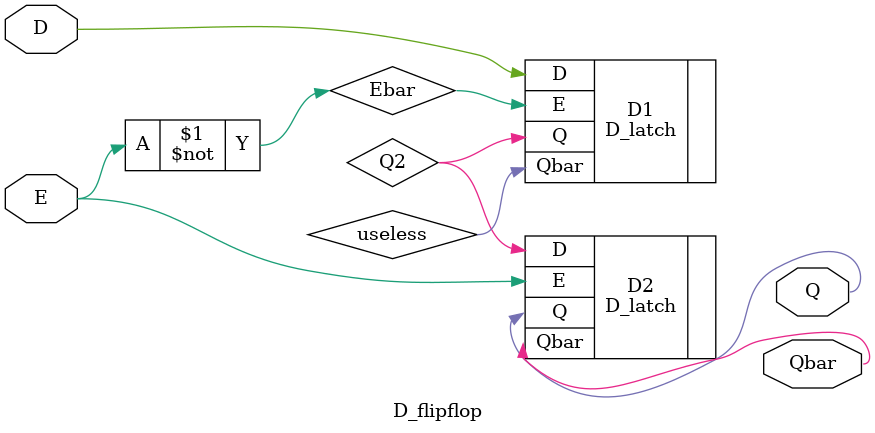
<source format=v>
`include "D_latch.v"

module D_flipflop (
	input D, input E, output Q, output Qbar
);

wire Ebar = ~E;
//D_latch D_latch(.D(D), .E(Ebar), .Q(Q), .Qbar(Qbar));
wire Q2;
wire useless;
D_latch D1(.D(D), .E(Ebar), .Q(Q2), .Qbar(useless));
D_latch D2(.D(Q2), .E(E), .Q(Q), .Qbar(Qbar));
	
endmodule
</source>
